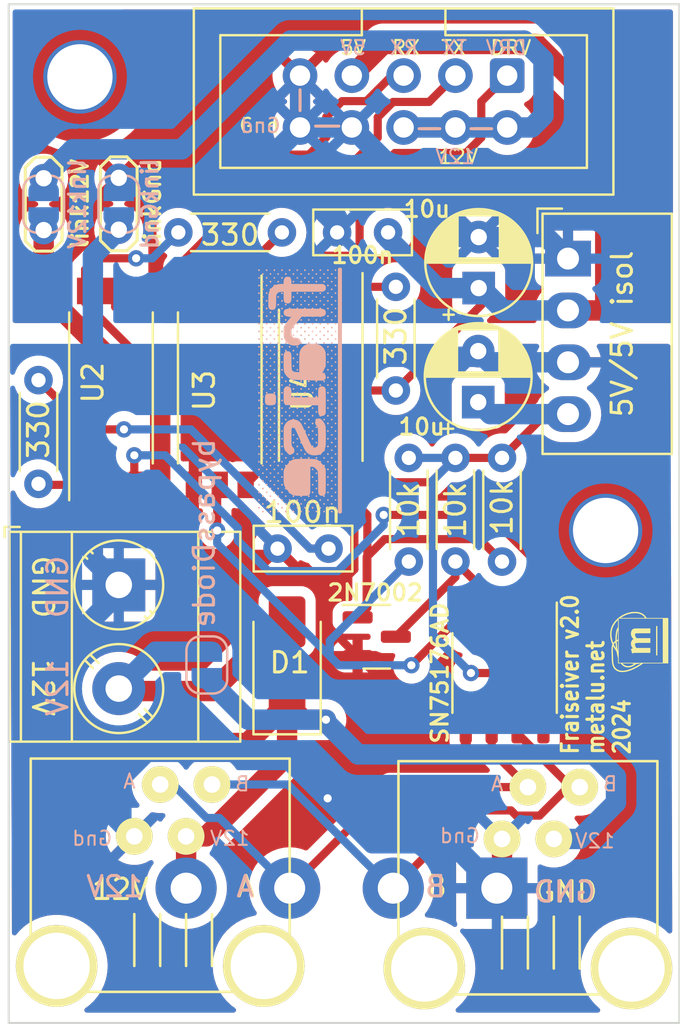
<source format=kicad_pcb>
(kicad_pcb (version 20221018) (generator pcbnew)
  (layers (0 "F.Cu" signal) (31 "B.Cu" signal) (34 "B.Paste" user) (35 "F.Paste" user) (36 "B.SilkS" user "B.Silkscreen") (37 "F.SilkS" user "F.Silkscreen") (38 "B.Mask" user) (39 "F.Mask" user) (44 "Edge.Cuts" user))
  (net 0 "")
  (net 1 "+5VD")
  (net 2 "GNDD")
  (net 3 "+5V")
  (net 4 "GND")
  (net 5 "+12P")
  (net 6 "Net-(D1-A)")
  (net 7 "/A")
  (net 8 "/B")
  (net 9 "/DRV")
  (net 10 "+12V")
  (net 11 "/TX")
  (net 12 "/RX")
  (net 13 "Net-(Q1-G)")
  (net 14 "Net-(Q1-D)")
  (net 15 "Net-(U2-A)")
  (net 16 "Net-(U3-A)")
  (net 17 "Net-(U4-A)")
  (net 18 "Net-(U1-R)")
  (net 19 "Net-(U1-D)")
  (footprint "Capacitor_THT:C_Rect_L4.6mm_W2.0mm_P2.50mm_MKS02_FKP02" (layer "F.Cu") (at 122.301 114.427 180)
    (fp_text reference "C1" hide)
    (fp_text value "100n" (at 1.27 1.778) (layer "F.SilkS"))
    (pad "1" thru_hole circle (at 0 0 180) (size 1.4 1.4) (drill 0.7) (layers "*.Cu" "*.Mask") (net 1 "+5VD"))
    (pad "2" thru_hole circle (at 2.5 0 180) (size 1.4 1.4) (drill 0.7) (layers "*.Cu" "*.Mask") (net 2 "GNDD"))
  )
  (footprint "Package_SO:SO-6L_10x3.84mm_P1.27mm" (layer "F.Cu") (at 121.92 106.426 -90)
    (fp_text reference "U4" (at 0.254 0.889 90) (layer "F.SilkS"))
    (fp_text value "TLP2767")
    (pad "1" smd rect (at -4.75 -1.27) (size 0.8 1.3) (layers "F.Cu" "F.Paste" "F.Mask") (net 17 "Net-(U4-A)"))
    (pad "2" smd rect (at -4.75 0) (size 0.8 1.3) (layers "F.Cu" "F.Paste" "F.Mask"))
    (pad "3" smd rect (at -4.75 1.27) (size 0.8 1.3) (layers "F.Cu" "F.Paste" "F.Mask") (net 9 "/DRV"))
    (pad "4" smd rect (at 4.75 1.27) (size 0.8 1.3) (layers "F.Cu" "F.Paste" "F.Mask") (net 2 "GNDD"))
    (pad "5" smd rect (at 4.75 0) (size 0.8 1.3) (layers "F.Cu" "F.Paste" "F.Mask") (net 13 "Net-(Q1-G)"))
    (pad "6" smd rect (at 4.75 -1.27) (size 0.8 1.3) (layers "F.Cu" "F.Paste" "F.Mask") (net 1 "+5VD"))
  )
  (footprint "Capacitor_THT:C_Rect_L4.6mm_W2.0mm_P2.50mm_MKS02_FKP02" (layer "F.Cu") (at 125.222 98.933 180)
    (fp_text reference "C2" hide)
    (fp_text value "100n" (at 1.25 -1.12) (layer "F.SilkS") (effects (font (size 0.8 0.8))))
    (pad "1" thru_hole circle (at 0 0 180) (size 1.4 1.4) (drill 0.7) (layers "*.Cu" "*.Mask") (net 3 "+5V"))
    (pad "2" thru_hole circle (at 2.5 0 180) (size 1.4 1.4) (drill 0.7) (layers "*.Cu" "*.Mask") (net 4 "GND"))
  )
  (footprint "Fraiseiver2:RJ11" (layer "F.Cu") (at 132.08 128.651 180)
    (fp_text reference "J4" hide)
    (fp_text value "RJ14" hide)
    (pad "" thru_hole circle (at -5.08 -6.35 180) (size 4.0005 4.0005) (drill 3.2512) (layers "*.Cu" "*.Mask" "F.SilkS"))
    (pad "" thru_hole circle (at 5.08 -6.35 180) (size 4.0005 4.0005) (drill 3.2512) (layers "*.Cu" "*.Mask" "F.SilkS"))
    (pad "1" thru_hole circle (at 1.27 0 180) (size 1.80086 1.80086) (drill 0.8128) (layers "*.Cu" "*.Mask" "F.SilkS") (net 2 "GNDD"))
    (pad "2" thru_hole circle (at 0 2.54 180) (size 1.80086 1.80086) (drill 0.8128) (layers "*.Cu" "*.Mask" "F.SilkS") (net 7 "/A"))
    (pad "3" thru_hole circle (at -1.27 0 180) (size 1.80086 1.80086) (drill 0.8128) (layers "*.Cu" "*.Mask" "F.SilkS") (net 5 "+12P"))
    (pad "4" thru_hole circle (at -2.54 2.54 180) (size 1.80086 1.80086) (drill 0.8128) (layers "*.Cu" "*.Mask" "F.SilkS") (net 8 "/B"))
  )
  (footprint "Package_SO:SOIC-8_3.9x4.9mm_P1.27mm" (layer "F.Cu") (at 130.937 120.523 -90)
    (fp_text reference "U1" hide)
    (fp_text value "SN75176AD" (at 0 3.175 -90) (layer "F.SilkS") (effects (font (size 0.8 0.8))))
    (pad "1" smd roundrect (at -2.475 -1.905 270) (size 1.95 0.6) (layers "F.Cu" "F.Paste" "F.Mask") (net 18 "Net-(U1-R)"))
    (pad "2" smd roundrect (at -2.475 -0.635 270) (size 1.95 0.6) (layers "F.Cu" "F.Paste" "F.Mask") (net 14 "Net-(Q1-D)"))
    (pad "3" smd roundrect (at -2.475 0.635 270) (size 1.95 0.6) (layers "F.Cu" "F.Paste" "F.Mask") (net 14 "Net-(Q1-D)"))
    (pad "4" smd roundrect (at -2.475 1.905 270) (size 1.95 0.6) (layers "F.Cu" "F.Paste" "F.Mask") (net 19 "Net-(U1-D)"))
    (pad "5" smd roundrect (at 2.475 1.905 270) (size 1.95 0.6) (layers "F.Cu" "F.Paste" "F.Mask") (net 2 "GNDD"))
    (pad "6" smd roundrect (at 2.475 0.635 270) (size 1.95 0.6) (layers "F.Cu" "F.Paste" "F.Mask") (net 7 "/A"))
    (pad "7" smd roundrect (at 2.475 -0.635 270) (size 1.95 0.6) (layers "F.Cu" "F.Paste" "F.Mask") (net 8 "/B"))
    (pad "8" smd roundrect (at 2.475 -1.905 270) (size 1.95 0.6) (layers "F.Cu" "F.Paste" "F.Mask") (net 1 "+5VD"))
  )
  (footprint "Resistor_THT:R_Axial_DIN0204_L3.6mm_D1.6mm_P5.08mm_Horizontal" (layer "F.Cu") (at 128.524 115.062 90)
    (fp_text reference "R4" hide)
    (fp_text value "10k" (at 2.54 0 90) (layer "F.SilkS"))
    (pad "1" thru_hole circle (at 0 0 90) (size 1.4 1.4) (drill 0.7) (layers "*.Cu" "*.Mask") (net 14 "Net-(Q1-D)"))
    (pad "2" thru_hole oval (at 5.08 0 90) (size 1.4 1.4) (drill 0.7) (layers "*.Cu" "*.Mask") (net 1 "+5VD"))
  )
  (footprint "Resistor_THT:R_Axial_DIN0204_L3.6mm_D1.6mm_P5.08mm_Horizontal" (layer "F.Cu") (at 120.015 98.933 180)
    (fp_text reference "R2" hide)
    (fp_text value "330" (at 2.54 -0.127) (layer "F.SilkS"))
    (pad "1" thru_hole circle (at 0 0 180) (size 1.4 1.4) (drill 0.7) (layers "*.Cu" "*.Mask") (net 16 "Net-(U3-A)"))
    (pad "2" thru_hole oval (at 5.08 0 180) (size 1.4 1.4) (drill 0.7) (layers "*.Cu" "*.Mask") (net 3 "+5V"))
  )
  (footprint "TestPoint:TestPoint_2Pads_Pitch2.54mm_Drill0.8mm" (layer "F.Cu") (at 108.331 98.821 90)
    (fp_text reference "JP1" hide)
    (fp_text value "link12V" (at 1.285 1.778 90) (layer "F.SilkS") (effects (font (size 0.8 0.8))))
    (pad "1" thru_hole circle (at 0 0 90) (size 1.4 1.4) (drill 0.8) (layers "*.Cu" "*.Mask") (net 5 "+12P"))
    (pad "2" thru_hole circle (at 2.54 0 90) (size 1.4 1.4) (drill 0.8) (layers "*.Cu" "*.Mask") (net 10 "+12V"))
  )
  (footprint "MountingHole:MountingHole_3.2mm_M3_Pad_TopOnly" (layer "F.Cu") (at 135.89 113.538)
    (fp_text reference "H2" hide)
    (fp_text value "MountingHole" hide)
    (pad "1" thru_hole circle (at 0 0) (size 3.6 3.6) (drill 3.2) (layers "*.Cu" "*.Mask"))
    (pad "1" connect circle (at 0 0) (size 6.4 6.4) (layers "F.Cu" "F.Mask"))
  )
  (footprint "Package_TO_SOT_SMD:SOT-23" (layer "F.Cu") (at 124.6655 118.745)
    (fp_text reference "Q1" hide)
    (fp_text value "2N7002" (at -0.0785 -2.159) (layer "F.SilkS") (effects (font (size 0.8 0.8))))
    (pad "1" smd roundrect (at -0.9375 -0.95) (size 1.475 0.6) (layers "F.Cu" "F.Paste" "F.Mask") (net 13 "Net-(Q1-G)"))
    (pad "2" smd roundrect (at -0.9375 0.95) (size 1.475 0.6) (layers "F.Cu" "F.Paste" "F.Mask") (net 2 "GNDD"))
    (pad "3" smd roundrect (at 0.9375 0) (size 1.475 0.6) (layers "F.Cu" "F.Paste" "F.Mask") (net 14 "Net-(Q1-D)"))
  )
  (footprint "Fraiseiver2:RJ11" (layer "F.Cu") (at 114.046 128.524 180)
    (fp_text reference "J1" hide)
    (fp_text value "RJ14" hide)
    (pad "" thru_hole circle (at -5.08 -6.35 180) (size 4.0005 4.0005) (drill 3.2512) (layers "*.Cu" "*.Mask" "F.SilkS"))
    (pad "" thru_hole circle (at 5.08 -6.35 180) (size 4.0005 4.0005) (drill 3.2512) (layers "*.Cu" "*.Mask" "F.SilkS"))
    (pad "1" thru_hole circle (at 1.27 0 180) (size 1.80086 1.80086) (drill 0.8128) (layers "*.Cu" "*.Mask" "F.SilkS") (net 2 "GNDD"))
    (pad "2" thru_hole circle (at 0 2.54 180) (size 1.80086 1.80086) (drill 0.8128) (layers "*.Cu" "*.Mask" "F.SilkS") (net 7 "/A"))
    (pad "3" thru_hole circle (at -1.27 0 180) (size 1.80086 1.80086) (drill 0.8128) (layers "*.Cu" "*.Mask" "F.SilkS") (net 5 "+12P"))
    (pad "4" thru_hole circle (at -2.54 2.54 180) (size 1.80086 1.80086) (drill 0.8128) (layers "*.Cu" "*.Mask" "F.SilkS") (net 8 "/B"))
  )
  (footprint "Capacitor_THT:CP_Radial_D5.0mm_P2.50mm" (layer "F.Cu") (at 129.642112 107.250112 90)
    (fp_text reference "C4" hide)
    (fp_text value "10u" (at -1.207888 -2.769112 180) (layer "F.SilkS") (effects (font (size 0.8 0.8))))
    (pad "1" thru_hole rect (at 0 0 90) (size 1.6 1.6) (drill 0.8) (layers "*.Cu" "*.Mask") (net 1 "+5VD"))
    (pad "2" thru_hole circle (at 2.5 0 90) (size 1.6 1.6) (drill 0.8) (layers "*.Cu" "*.Mask") (net 2 "GNDD"))
  )
  (footprint "Resistor_THT:R_Axial_DIN0204_L3.6mm_D1.6mm_P5.08mm_Horizontal" (layer "F.Cu") (at 126.238 115.062 90)
    (fp_text reference "R6" hide)
    (fp_text value "10k" (at 2.54 0 90) (layer "F.SilkS"))
    (pad "1" thru_hole circle (at 0 0 90) (size 1.4 1.4) (drill 0.7) (layers "*.Cu" "*.Mask") (net 19 "Net-(U1-D)"))
    (pad "2" thru_hole oval (at 5.08 0 90) (size 1.4 1.4) (drill 0.7) (layers "*.Cu" "*.Mask") (net 1 "+5VD"))
  )
  (footprint "Connector_IDC:IDC-Header_2x05_P2.54mm_Vertical" (layer "F.Cu") (at 131.064 91.252 -90)
    (fp_text reference "J3" hide)
    (fp_text value "Fraise_5x2")
    (pad "1" thru_hole roundrect (at 0 0 270) (size 1.7 1.7) (drill 1) (layers "*.Cu" "*.Mask") (roundrect_rratio 0.147059) (net 9 "/DRV"))
    (pad "2" thru_hole circle (at 2.54 0 270) (size 1.7 1.7) (drill 1) (layers "*.Cu" "*.Mask") (net 10 "+12V"))
    (pad "3" thru_hole circle (at 0 2.54 270) (size 1.7 1.7) (drill 1) (layers "*.Cu" "*.Mask") (net 11 "/TX"))
    (pad "4" thru_hole circle (at 2.54 2.54 270) (size 1.7 1.7) (drill 1) (layers "*.Cu" "*.Mask") (net 10 "+12V"))
    (pad "5" thru_hole circle (at 0 5.08 270) (size 1.7 1.7) (drill 1) (layers "*.Cu" "*.Mask") (net 12 "/RX"))
    (pad "6" thru_hole circle (at 2.54 5.08 270) (size 1.7 1.7) (drill 1) (layers "*.Cu" "*.Mask") (net 10 "+12V"))
    (pad "7" thru_hole circle (at 0 7.62 270) (size 1.7 1.7) (drill 1) (layers "*.Cu" "*.Mask") (net 3 "+5V"))
    (pad "8" thru_hole circle (at 2.54 7.62 270) (size 1.7 1.7) (drill 1) (layers "*.Cu" "*.Mask") (net 4 "GND"))
    (pad "9" thru_hole circle (at 0 10.16 270) (size 1.7 1.7) (drill 1) (layers "*.Cu" "*.Mask") (net 4 "GND"))
    (pad "10" thru_hole circle (at 2.54 10.16 270) (size 1.7 1.7) (drill 1) (layers "*.Cu" "*.Mask") (net 4 "GND"))
  )
  (footprint "Resistor_THT:R_Axial_DIN0204_L3.6mm_D1.6mm_P5.08mm_Horizontal" (layer "F.Cu") (at 125.603 101.6 -90)
    (fp_text reference "R3" hide)
    (fp_text value "330" (at 2.413 0 90) (layer "F.SilkS"))
    (pad "1" thru_hole circle (at 0 0 270) (size 1.4 1.4) (drill 0.7) (layers "*.Cu" "*.Mask") (net 17 "Net-(U4-A)"))
    (pad "2" thru_hole oval (at 5.08 0 270) (size 1.4 1.4) (drill 0.7) (layers "*.Cu" "*.Mask") (net 3 "+5V"))
  )
  (footprint "TerminalBlock:TerminalBlock_bornier-4_P5.08mm" (layer "F.Cu") (at 130.556 131.064 180)
    (fp_text reference "J5" hide)
    (fp_text value "Conn_01x04_Socket" hide)
    (pad "1" thru_hole rect (at 0 0 180) (size 3 3) (drill 1.52) (layers "*.Cu" "*.Mask") (net 2 "GNDD"))
    (pad "2" thru_hole circle (at 5.08 0 180) (size 3 3) (drill 1.52) (layers "*.Cu" "*.Mask") (net 8 "/B"))
    (pad "3" thru_hole circle (at 10.16 0 180) (size 3 3) (drill 1.52) (layers "*.Cu" "*.Mask") (net 7 "/A"))
    (pad "4" thru_hole circle (at 15.24 0 180) (size 3 3) (drill 1.52) (layers "*.Cu" "*.Mask") (net 5 "+12P"))
  )
  (footprint "Package_SO:SO-6L_10x3.84mm_P1.27mm" (layer "F.Cu") (at 116.967 106.553 -90)
    (fp_text reference "U3" (at 0.127 0.762 90) (layer "F.SilkS"))
    (fp_text value "TLP2767")
    (pad "1" smd rect (at -4.75 -1.27) (size 0.8 1.3) (layers "F.Cu" "F.Paste" "F.Mask") (net 16 "Net-(U3-A)"))
    (pad "2" smd rect (at -4.75 0) (size 0.8 1.3) (layers "F.Cu" "F.Paste" "F.Mask"))
    (pad "3" smd rect (at -4.75 1.27) (size 0.8 1.3) (layers "F.Cu" "F.Paste" "F.Mask") (net 11 "/TX"))
    (pad "4" smd rect (at 4.75 1.27) (size 0.8 1.3) (layers "F.Cu" "F.Paste" "F.Mask") (net 2 "GNDD"))
    (pad "5" smd rect (at 4.75 0) (size 0.8 1.3) (layers "F.Cu" "F.Paste" "F.Mask") (net 19 "Net-(U1-D)"))
    (pad "6" smd rect (at 4.75 -1.27) (size 0.8 1.3) (layers "F.Cu" "F.Paste" "F.Mask") (net 1 "+5VD"))
  )
  (footprint "Converter_DCDC:Converter_DCDC_Murata_MEE1SxxxxSC_THT" (layer "F.Cu") (at 134.0475 100.2175)
    (fp_text reference "PS1" hide)
    (fp_text value "MEE1S0505SC")
    (pad "1" thru_hole rect (at 0 0 270) (size 1.75 2.25) (drill 1.075) (layers "*.Cu" "*.Mask") (net 4 "GND"))
    (pad "2" thru_hole oval (at 0 2.54 270) (size 1.75 2.25) (drill 1.075) (layers "*.Cu" "*.Mask") (net 3 "+5V"))
    (pad "3" thru_hole oval (at 0 5.08 270) (size 1.75 2.25) (drill 1.075) (layers "*.Cu" "*.Mask") (net 2 "GNDD"))
    (pad "4" thru_hole oval (at 0 7.62 270) (size 1.75 2.25) (drill 1.075) (layers "*.Cu" "*.Mask") (net 1 "+5VD"))
  )
  (footprint "Fraiseiver2:metalunet-mini" (layer "F.Cu") (at 137.541 118.999 90)
    (fp_text reference "G***" hide)
    (fp_text value "LOGO" hide)
  )
  (footprint "Resistor_THT:R_Axial_DIN0204_L3.6mm_D1.6mm_P5.08mm_Horizontal" (layer "F.Cu") (at 130.81 115.062 90)
    (fp_text reference "R5" hide)
    (fp_text value "10k" (at 2.667 0 90) (layer "F.SilkS"))
    (pad "1" thru_hole circle (at 0 0 90) (size 1.4 1.4) (drill 0.7) (layers "*.Cu" "*.Mask") (net 13 "Net-(Q1-G)"))
    (pad "2" thru_hole oval (at 5.08 0 90) (size 1.4 1.4) (drill 0.7) (layers "*.Cu" "*.Mask") (net 1 "+5VD"))
  )
  (footprint "TestPoint:TestPoint_2Pads_Pitch2.54mm_Drill0.8mm" (layer "F.Cu") (at 112.014 98.801 90)
    (fp_text reference "JP3" hide)
    (fp_text value "linkGnd" (at 1.27 1.651 90) (layer "F.SilkS") (effects (font (size 0.8 0.8))))
    (pad "1" thru_hole circle (at 0 0 90) (size 1.4 1.4) (drill 0.8) (layers "*.Cu" "*.Mask") (net 2 "GNDD"))
    (pad "2" thru_hole circle (at 2.54 0 90) (size 1.4 1.4) (drill 0.8) (layers "*.Cu" "*.Mask") (net 4 "GND"))
  )
  (footprint "Resistor_THT:R_Axial_DIN0204_L3.6mm_D1.6mm_P5.08mm_Horizontal" (layer "F.Cu") (at 108.077 106.172 -90)
    (fp_text reference "R1" hide)
    (fp_text value "330" (at 2.413 0 90) (layer "F.SilkS"))
    (pad "1" thru_hole circle (at 0 0 270) (size 1.4 1.4) (drill 0.7) (layers "*.Cu" "*.Mask") (net 1 "+5VD"))
    (pad "2" thru_hole oval (at 5.08 0 270) (size 1.4 1.4) (drill 0.7) (layers "*.Cu" "*.Mask") (net 15 "Net-(U2-A)"))
  )
  (footprint "MountingHole:MountingHole_3.2mm_M3_Pad_TopOnly" (layer "F.Cu") (at 110.109 91.313)
    (fp_text reference "H1" hide)
    (fp_text value "MountingHole" hide)
    (pad "1" thru_hole circle (at 0 0) (size 3.6 3.6) (drill 3.2) (layers "*.Cu" "*.Mask"))
    (pad "1" connect circle (at 0 0) (size 6.4 6.4) (layers "F.Cu" "F.Mask"))
  )
  (footprint "TerminalBlock_Phoenix:TerminalBlock_Phoenix_MKDS-3-2-5.08_1x02_P5.08mm_Horizontal" (layer "F.Cu") (at 112.014 116.205 -90)
    (fp_text reference "J2" hide)
    (fp_text value "Bornier2" hide)
    (pad "1" thru_hole rect (at 0 0 270) (size 2.6 2.6) (drill 1.3) (layers "*.Cu" "*.Mask") (net 2 "GNDD"))
    (pad "2" thru_hole circle (at 5.08 0 270) (size 2.6 2.6) (drill 1.3) (layers "*.Cu" "*.Mask") (net 6 "Net-(D1-A)"))
  )
  (footprint "Package_SO:SO-6L_10x3.84mm_P1.27mm" (layer "F.Cu") (at 111.633 106.553 90)
    (fp_text reference "U2" (at 0.254 -0.889 90) (layer "F.SilkS"))
    (fp_text value "TLP2767")
    (pad "1" smd rect (at -4.75 -1.27 180) (size 0.8 1.3) (layers "F.Cu" "F.Paste" "F.Mask") (net 15 "Net-(U2-A)"))
    (pad "2" smd rect (at -4.75 0 180) (size 0.8 1.3) (layers "F.Cu" "F.Paste" "F.Mask"))
    (pad "3" smd rect (at -4.75 1.27 180) (size 0.8 1.3) (layers "F.Cu" "F.Paste" "F.Mask") (net 18 "Net-(U1-R)"))
    (pad "4" smd rect (at 4.75 1.27 180) (size 0.8 1.3) (layers "F.Cu" "F.Paste" "F.Mask") (net 4 "GND"))
    (pad "5" smd rect (at 4.75 0 180) (size 0.8 1.3) (layers "F.Cu" "F.Paste" "F.Mask") (net 12 "/RX"))
    (pad "6" smd rect (at 4.75 -1.27 180) (size 0.8 1.3) (layers "F.Cu" "F.Paste" "F.Mask") (net 3 "+5V"))
  )
  (footprint "Diode_SMD:D_SMA" (layer "F.Cu") (at 120.269 120.015 90)
    (fp_text reference "D1" (at 0 0.127 180) (layer "F.SilkS"))
    (fp_text value "D_Schottky" hide)
    (pad "1" smd roundrect (at -2 0 90) (size 2.5 1.8) (layers "F.Cu" "F.Paste" "F.Mask") (roundrect_rratio 0.1388888889) (net 5 "+12P"))
    (pad "2" smd roundrect (at 2 0 90) (size 2.5 1.8) (layers "F.Cu" "F.Paste" "F.Mask") (roundrect_rratio 0.1388888889) (net 6 "Net-(D1-A)"))
  )
  (footprint "Capacitor_THT:CP_Radial_D5.0mm_P2.50mm" (layer "F.Cu") (at 129.667 101.662113 90)
    (fp_text reference "C3" hide)
    (fp_text value "10u" (at 3.872113 -2.54 180) (layer "F.SilkS") (effects (font (size 0.8 0.8))))
    (pad "1" thru_hole rect (at 0 0 90) (size 1.6 1.6) (drill 0.8) (layers "*.Cu" "*.Mask") (net 3 "+5V"))
    (pad "2" thru_hole circle (at 2.5 0 90) (size 1.6 1.6) (drill 0.8) (layers "*.Cu" "*.Mask") (net 4 "GND"))
  )
  (footprint "Jumper:SolderJumper-2_P1.3mm_Open_RoundedPad1.0x1.5mm" (layer "B.Cu") (at 116.332 120.127 -90)
    (fp_text reference "JP5" hide)
    (fp_text value "bypassDiode" (at -6.462 0.127 90) (layer "B.SilkS") (effects (justify mirror)))
    (pad "1" smd custom (at -0.65 0 270) (size 1 0.5) (layers "B.Cu" "B.Mask") (net 6 "Net-(D1-A)") (options (clearance outline) (anchor rect)) (primitives (gr_circle (center 0 -0.25) (end 0.5 -0.25) (width 0) (fill yes)) (gr_circle (center 0 0.25) (end 0.5 0.25) (width 0) (fill yes)) (gr_poly (pts (xy 0.5 -0.75) (xy 0 -0.75) (xy 0 0.75) (xy 0.5 0.75)) (width 0) (fill yes))))
    (pad "2" smd custom (at 0.65 0 270) (size 1 0.5) (layers "B.Cu" "B.Mask") (net 5 "+12P") (options (clearance outline) (anchor rect)) (primitives (gr_circle (center 0 -0.25) (end 0.5 -0.25) (width 0) (fill yes)) (gr_circle (center 0 0.25) (end 0.5 0.25) (width 0) (fill yes)) (gr_poly (pts (xy 0 -0.75) (xy -0.5 -0.75) (xy -0.5 0.75) (xy 0 0.75)) (width 0) (fill yes))))
  )
  (footprint "Jumper:SolderJumper-2_P1.3mm_Open_RoundedPad1.0x1.5mm" (layer "B.Cu") (at 108.331 97.551 90)
    (fp_text reference "JP2" hide)
    (fp_text value "SolderJumper_2_Open" hide)
    (pad "1" smd custom (at -0.65 0 90) (size 1 0.5) (layers "B.Cu" "B.Mask") (net 5 "+12P") (options (clearance outline) (anchor rect)) (primitives (gr_circle (center 0 -0.25) (end 0.5 -0.25) (width 0) (fill yes)) (gr_circle (center 0 0.25) (end 0.5 0.25) (width 0) (fill yes)) (gr_poly (pts (xy 0.5 -0.75) (xy 0 -0.75) (xy 0 0.75) (xy 0.5 0.75)) (width 0) (fill yes))))
    (pad "2" smd custom (at 0.65 0 90) (size 1 0.5) (layers "B.Cu" "B.Mask") (net 10 "+12V") (options (clearance outline) (anchor rect)) (primitives (gr_circle (center 0 -0.25) (end 0.5 -0.25) (width 0) (fill yes)) (gr_circle (center 0 0.25) (end 0.5 0.25) (width 0) (fill yes)) (gr_poly (pts (xy 0 -0.75) (xy -0.5 -0.75) (xy -0.5 0.75) (xy 0 0.75)) (width 0) (fill yes))))
  )
  (footprint "Fraiseiver2:FraiseLogo" (layer "B.Cu") (at 120.904 106.68 -90)
    (fp_text reference "G***" hide)
    (fp_text value "LOGO" hide)
  )
  (footprint "Jumper:SolderJumper-2_P1.3mm_Open_RoundedPad1.0x1.5mm" (layer "B.Cu") (at 112.014 97.551 90)
    (fp_text reference "JP4" hide)
    (fp_text value "SolderJumper_2_Open" hide)
    (pad "1" smd custom (at -0.65 0 90) (size 1 0.5) (layers "B.Cu" "B.Mask") (net 2 "GNDD") (options (clearance outline) (anchor rect)) (primitives (gr_circle (center 0 -0.25) (end 0.5 -0.25) (width 0) (fill yes)) (gr_circle (center 0 0.25) (end 0.5 0.25) (width 0) (fill yes)) (gr_poly (pts (xy 0.5 -0.75) (xy 0 -0.75) (xy 0 0.75) (xy 0.5 0.75)) (width 0) (fill yes))))
    (pad "2" smd custom (at 0.65 0 90) (size 1 0.5) (layers "B.Cu" "B.Mask") (net 4 "GND") (options (clearance outline) (anchor rect)) (primitives (gr_circle (center 0 -0.25) (end 0.5 -0.25) (width 0) (fill yes)) (gr_circle (center 0 0.25) (end 0.5 0.25) (width 0) (fill yes)) (gr_poly (pts (xy 0 -0.75) (xy -0.5 -0.75) (xy -0.5 0.75) (xy 0 0.75)) (width 0) (fill yes))))
  )
  (gr_line (start 120.904 92.964) (end 120.904 91.948) (stroke (width 0.15)) (layer "B.SilkS"))
  (gr_line (start 126.746 93.853) (end 127.762 93.853) (stroke (width 0.15)) (layer "B.SilkS"))
  (gr_line (start 129.286 93.853) (end 130.302 93.853) (stroke (width 0.15)) (layer "B.SilkS"))
  (gr_line (start 121.666 93.726) (end 122.809 93.726) (stroke (width 0.15)) (layer "B.SilkS"))
  (gr_line (start 121.793 93.726) (end 122.555 93.726) (stroke (width 0.15)) (layer "F.SilkS"))
  (gr_line (start 130.175 93.853) (end 129.413 93.853) (stroke (width 0.15)) (layer "F.SilkS"))
  (gr_line (start 120.904 92.202) (end 120.904 92.837) (stroke (width 0.15)) (layer "F.SilkS"))
  (gr_line (start 127.635 93.853) (end 126.873 93.853) (stroke (width 0.15)) (layer "F.SilkS"))
  (gr_rect (start 106.6165 87.757) (end 139.5095 137.668) (stroke (width 0.1)) (fill none) (layer "Edge.Cuts"))
  (gr_text "A" (at 130.937 126.365) (layer "B.SilkS") (effects (font (size 0.7 0.7) (thickness 0.1)) (justify left bottom mirror)))
  (gr_text "GND" (at 135.509 131.826) (layer "B.SilkS") (effects (font (size 1 1)) (justify left bottom mirror)))
  (gr_text "B" (at 136.525 126.365) (layer "B.SilkS") (effects (font (size 0.7 0.7) (thickness 0.1)) (justify left bottom mirror)))
  (gr_text "A" (at 118.745 131.572) (layer "B.SilkS") (effects (font (size 1 1)) (justify left bottom mirror)))
  (gr_text "A" (at 112.903 126.238) (layer "B.SilkS") (effects (font (size 0.7 0.7) (thickness 0.1)) (justify left bottom mirror)))
  (gr_text "Gnd" (at 111.76 129.032) (layer "B.SilkS") (effects (font (size 0.7 0.7) (thickness 0.1)) (justify left bottom mirror)))
  (gr_text "DRV" (at 132.08 90.297) (layer "B.SilkS") (effects (font (size 0.7 0.7) (thickness 0.1)) (justify left bottom mirror)))
  (gr_text "linkGnd" (at 113.538 97.536 90) (layer "B.SilkS") (effects (font (size 0.8 0.8)) (justify mirror)))
  (gr_text "12V" (at 118.491 129.032) (layer "B.SilkS") (effects (font (size 0.7 0.7) (thickness 0.1)) (justify left bottom mirror)))
  (gr_text "RX" (at 126.746 90.297) (layer "B.SilkS") (effects (font (size 0.7 0.7) (thickness 0.1)) (justify left bottom mirror)))
  (gr_text "Gnd" (at 120.015 94.107) (layer "B.SilkS") (effects (font (size 0.7 0.7) (thickness 0.1)) (justify left bottom mirror)))
  (gr_text "TX" (at 129.159 90.297) (layer "B.SilkS") (effects (font (size 0.7 0.7) (thickness 0.1)) (justify left bottom mirror)))
  (gr_text "B" (at 128.143 131.572) (layer "B.SilkS") (effects (font (size 1 1)) (justify left bottom mirror)))
  (gr_text "12V" (at 129.54 95.631) (layer "B.SilkS") (effects (font (size 0.7 0.7) (thickness 0.1)) (justify left bottom mirror)))
  (gr_text "12V" (at 113.284 131.572) (layer "B.SilkS") (effects (font (size 1 1)) (justify left bottom mirror)))
  (gr_text "Gnd" (at 129.794 128.905) (layer "B.SilkS") (effects (font (size 0.7 0.7) (thickness 0.1)) (justify left bottom mirror)))
  (gr_text "GND" (at 109.601 114.681 90) (layer "B.SilkS") (effects (font (size 1 1)) (justify left bottom mirror)))
  (gr_text "B" (at 118.491 126.365) (layer "B.SilkS") (effects (font (size 0.7 0.7) (thickness 0.1)) (justify left bottom mirror)))
  (gr_text "12V" (at 109.601 119.761 90) (layer "B.SilkS") (effects (font (size 1 1)) (justify left bottom mirror)))
  (gr_text "link12V" (at 109.982 97.536 90) (layer "B.SilkS") (effects (font (size 0.8 0.8)) (justify mirror)))
  (gr_text "5V" (at 124.206 90.297) (layer "B.SilkS") (effects (font (size 0.7 0.7) (thickness 0.1)) (justify left bottom mirror)))
  (gr_text "12V" (at 136.398 129.159) (layer "B.SilkS") (effects (font (size 0.7 0.7) (thickness 0.1)) (justify left bottom mirror)))
  (gr_text "RX" (at 125.349 90.297) (layer "F.SilkS") (effects (font (size 0.7 0.7) (thickness 0.1)) (justify left bottom)))
  (gr_text "TX" (at 127.762 90.297) (layer "F.SilkS") (effects (font (size 0.7 0.7) (thickness 0.1)) (justify left bottom)))
  (gr_text "B" (at 127 131.572) (layer "F.SilkS") (effects (font (size 1 1)) (justify left bottom)))
  (gr_text "GND" (at 107.696 114.681 -90) (layer "F.SilkS") (effects (font (size 1 1)) (justify left bottom)))
  (gr_text "5V/5V isol" (at 137.287 108.077 90) (layer "F.SilkS") (effects (font (size 1 1)) (justify left bottom)))
  (gr_text "12V" (at 107.696 119.761 -90) (layer "F.SilkS") (effects (font (size 1 1)) (justify left bottom)))
  (gr_text "12V" (at 110.617 131.699) (layer "F.SilkS") (effects (font (size 1 1)) (justify left bottom)))
  (gr_text "5V" (at 122.809 90.297) (layer "F.SilkS") (effects (font (size 0.7 0.7) (thickness 0.1)) (justify left bottom)))
  (gr_text "Fraiseiver v2.0" (at 134.62 124.587 90) (layer "F.SilkS") (effects (font (size 0.8 0.7)) (justify left bottom)))
  (gr_text "12V" (at 127.635 95.631) (layer "F.SilkS") (effects (font (size 0.7 0.7) (thickness 0.1)) (justify left bottom)))
  (gr_text "metalu.net\n2024\n" (at 137.16 124.587 90) (layer "F.SilkS") (effects (font (size 0.8 0.7)) (justify left bottom)))
  (gr_text "GND" (at 132.334 131.826) (layer "F.SilkS") (effects (font (size 1 1)) (justify left bottom)))
  (gr_text "Gnd" (at 117.856 94.107) (layer "F.SilkS") (effects (font (size 0.7 0.7) (thickness 0.1)) (justify left bottom)))
  (gr_text "A" (at 117.729 131.572) (layer "F.SilkS") (effects (font (size 1 1)) (justify left bottom)))
  (gr_text "DRV" (at 130.175 90.297) (layer "F.SilkS") (effects (font (size 0.7 0.7) (thickness 0.1)) (justify left bottom)))
  (segment (start 121.392 114.427) (end 122.301 114.427) (width 0.4) (layer "F.Cu") (net 1))
  (segment (start 128.524 109.982) (end 130.81 109.982) (width 0.4) (layer "F.Cu") (net 1))
  (segment (start 118.237 111.303) (end 118.268 111.303) (width 0.4) (layer "F.Cu") (net 1))
  (segment (start 119.414 110.126) (end 118.237 111.303) (width 0.4) (layer "F.Cu") (net 1))
  (segment (start 108.077 106.172) (end 110.49 108.585) (width 0.4) (layer "F.Cu") (net 1))
  (segment (start 118.268 111.303) (end 121.392 114.427) (width 0.4) (layer "F.Cu") (net 1))
  (segment (start 129.286 120.523) (end 131.341999 120.523) (width 0.4) (layer "F.Cu") (net 1))
  (segment (start 130.81 109.982) (end 132.9545 107.8375) (width 0.4) (layer "F.Cu") (net 1))
  (segment (start 132.9545 107.8375) (end 134.0475 107.8375) (width 0.4) (layer "F.Cu") (net 1))
  (segment (start 122.72 110.126) (end 119.414 110.126) (width 0.4) (layer "F.Cu") (net 1))
  (segment (start 132.842 122.023001) (end 132.842 122.998) (width 0.4) (layer "F.Cu") (net 1))
  (segment (start 131.341999 120.523) (end 132.842 122.023001) (width 0.4) (layer "F.Cu") (net 1))
  (segment (start 127.33 111.176) (end 128.524 109.982) (width 0.4) (layer "F.Cu") (net 1))
  (segment (start 123.19 110.596) (end 122.72 110.126) (width 0.4) (layer "F.Cu") (net 1))
  (segment (start 123.19 111.176) (end 127.33 111.176) (width 0.4) (layer "F.Cu") (net 1))
  (segment (start 123.19 111.176) (end 123.19 110.596) (width 0.4) (layer "F.Cu") (net 1))
  (segment (start 110.49 108.585) (end 112.268 108.585) (width 0.4) (layer "F.Cu") (net 1))
  (via (at 129.286 120.523) (size 0.8) (drill 0.4) (layers "F.Cu" "B.Cu") (net 1))
  (via (at 112.268 108.585) (size 0.8) (drill 0.4) (layers "F.Cu" "B.Cu") (net 1))
  (segment (start 130.2295 107.8375) (end 134.0475 107.8375) (width 1) (layer "B.Cu") (net 1))
  (segment (start 127.424 118.661) (end 127.424 111.082) (width 0.4) (layer "B.Cu") (net 1))
  (segment (start 128.524 109.982) (end 126.238 109.982) (width 0.4) (layer "B.Cu") (net 1))
  (segment (start 112.268 108.585) (end 115.55 108.585) (width 0.4) (layer "B.Cu") (net 1))
  (segment (start 129.286 120.523) (end 127.424 118.661) (width 0.4) (layer "B.Cu") (net 1))
  (segment (start 121.392 114.427) (end 122.301 114.427) (width 0.4) (layer "B.Cu") (net 1))
  (segment (start 115.55 108.585) (end 121.392 114.427) (width 0.4) (layer "B.Cu") (net 1))
  (segment (start 129.642112 107.250112) (end 130.2295 107.8375) (width 1) (layer "B.Cu") (net 1))
  (segment (start 127.424 111.082) (end 128.524 109.982) (width 0.4) (layer "B.Cu") (net 1))
  (segment (start 121.72 112.826) (end 123.24 112.826) (width 0.4) (layer "F.Cu") (net 2))
  (segment (start 119.547 114.681) (end 116.205 114.681) (width 0.4) (layer "F.Cu") (net 2))
  (segment (start 115.697 114.173) (end 115.697 111.303) (width 0.4) (layer "F.Cu") (net 2))
  (segment (start 125.922 122.998) (end 122.258 126.662) (width 0.4) (layer "F.Cu") (net 2))
  (segment (start 123.728 119.695) (end 122.301 118.268) (width 0.4) (layer "F.Cu") (net 2))
  (segment (start 130.81 128.651) (end 130.81 130.81) (width 1) (layer "F.Cu") (net 2))
  (segment (start 122.301 116.078) (end 121.452 116.078) (width 0.4) (layer "F.Cu") (net 2))
  (segment (start 123.24 112.826) (end 123.571 113.157) (width 0.4) (layer "F.Cu") (net 2))
  (segment (start 123.571 115.443) (end 122.936 116.078) (width 0.4) (layer "F.Cu") (net 2))
  (segment (start 122.301 118.268) (end 122.301 116.078) (width 0.4) (layer "F.Cu") (net 2))
  (segment (start 116.205 114.681) (end 115.697 114.173) (width 0.4) (layer "F.Cu") (net 2))
  (segment (start 123.571 113.157) (end 123.571 115.443) (width 0.4) (layer "F.Cu") (net 2))
  (segment (start 122.936 116.078) (end 122.301 116.078) (width 0.4) (layer "F.Cu") (net 2))
  (segment (start 120.65 111.756) (end 121.72 112.826) (width 0.4) (layer "F.Cu") (net 2))
  (segment (start 119.801 114.427) (end 119.547 114.681) (width 0.4) (layer "F.Cu") (net 2))
  (segment (start 120.65 111.176) (end 120.65 111.756) (width 0.4) (layer "F.Cu") (net 2))
  (segment (start 123.728 119.695) (end 125.922 121.889) (width 0.4) (layer "F.Cu") (net 2))
  (segment (start 125.922 121.889) (end 125.922 122.998) (width 0.4) (layer "F.Cu") (net 2))
  (segment (start 121.452 116.078) (end 119.801 114.427) (width 0.4) (layer "F.Cu") (net 2))
  (segment (start 129.032 122.998) (end 125.922 122.998) (width 0.4) (layer "F.Cu") (net 2))
  (segment (start 130.81 130.81) (end 130.556 131.064) (width 1) (layer "F.Cu") (net 2))
  (via (at 122.258 126.662) (size 0.8) (drill 0.4) (layers "F.Cu" "B.Cu") (net 2))
  (segment (start 112.014 116.205) (end 112.014 116.586) (width 1) (layer "B.Cu") (net 2))
  (segment (start 110.744 100.071) (end 112.014 98.801) (width 1) (layer "B.Cu") (net 2))
  (segment (start 112.141 127.889) (end 112.776 128.524) (width 1) (layer "B.Cu") (net 2))
  (segment (start 108.744 119.856) (end 108.744 124.492) (width 1) (layer "B.Cu") (net 2))
  (segment (start 111.252 105.029) (end 110.744 104.521) (width 1) (layer "B.Cu") (net 2))
  (segment (start 110.744 114.935) (end 110.744 100.071) (width 1) (layer "B.Cu") (net 2))
  (segment (start 134.0475 105.2975) (end 130.1895 105.2975) (width 1) (layer "B.Cu") (net 2))
  (segment (start 129.921 105.029) (end 111.252 105.029) (width 1) (layer "B.Cu") (net 2))
  (segment (start 130.1895 105.2975) (end 129.921 105.029) (width 1) (layer "B.Cu") (net 2))
  (segment (start 112.014 116.586) (end 108.744 119.856) (width 1) (layer "B.Cu") (net 2))
  (segment (start 113.38308 124.38357) (end 112.141 125.62565) (width 1) (layer "B.Cu") (net 2))
  (segment (start 112.141 125.62565) (end 112.141 127.889) (width 1) (layer "B.Cu") (net 2))
  (segment (start 122.258 126.662) (end 119.97957 124.38357) (width 1) (layer "B.Cu") (net 2))
  (segment (start 124.46 128.864) (end 122.258 126.662) (width 1) (layer "B.Cu") (net 2))
  (segment (start 108.744 124.492) (end 112.776 128.524) (width 1) (layer "B.Cu") (net 2))
  (segment (start 130.556 131.064) (end 128.356 128.864) (width 1) (layer "B.Cu") (net 2))
  (segment (start 119.97957 124.38357) (end 113.38308 124.38357) (width 1) (layer "B.Cu") (net 2))
  (segment (start 112.014 116.205) (end 110.744 114.935) (width 1) (layer "B.Cu") (net 2))
  (segment (start 128.356 128.864) (end 124.46 128.864) (width 1) (layer "B.Cu") (net 2))
  (segment (start 110.363 102.383) (end 110.363 101.803) (width 0.4) (layer "F.Cu") (net 3))
  (segment (start 125.603 106.68) (end 129.794 102.489) (width 0.4) (layer "F.Cu") (net 3))
  (segment (start 132.501 89.702) (end 124.994 89.702) (width 1) (layer "F.Cu") (net 3))
  (segment (start 110.913 100.203) (end 110.363 100.753) (width 0.4) (layer "F.Cu") (net 3))
  (segment (start 124.994 89.702) (end 123.444 91.252) (width 1) (layer "F.Cu") (net 3))
  (segment (start 134.0475 102.7575) (end 135.6725 102.7575) (width 1) (layer "F.Cu") (net 3))
  (segment (start 135.8725 102.5575) (end 135.8725 93.0735) (width 1) (layer "F.Cu") (net 3))
  (segment (start 135.6725 102.7575) (end 135.8725 102.5575) (width 1) (layer "F.Cu") (net 3))
  (segment (start 112.865 100.203) (end 110.913 100.203) (width 0.4) (layer "F.Cu") (net 3))
  (segment (start 129.794 102.489) (end 129.794 101.662113) (width 0.4) (layer "F.Cu") (net 3))
  (segment (start 125.603 106.68) (end 114.66 106.68) (width 0.4) (layer "F.Cu") (net 3))
  (segment (start 135.8725 93.0735) (end 132.501 89.702) (width 1) (layer "F.Cu") (net 3))
  (segment (start 110.363 100.753) (end 110.363 101.803) (width 0.4) (layer "F.Cu") (net 3))
  (segment (start 114.66 106.68) (end 110.363 102.383) (width 0.4) (layer "F.Cu") (net 3))
  (via (at 112.865 100.203) (size 0.8) (drill 0.4) (layers "F.Cu" "B.Cu") (net 3))
  (segment (start 125.222 99.239101) (end 125.222 98.933) (width 1) (layer "B.Cu") (net 3))
  (segment (start 129.794 101.662113) (end 127.645012 101.662113) (width 1) (layer "B.Cu") (net 3))
  (segment (start 113.665 100.203) (end 114.935 98.933) (width 0.4) (layer "B.Cu") (net 3))
  (segment (start 127.645012 101.662113) (end 125.222 99.239101) (width 1) (layer "B.Cu") (net 3))
  (segment (start 130.889387 102.7575) (end 129.794 101.662113) (width 1) (layer "B.Cu") (net 3))
  (segment (start 134.0475 102.7575) (end 130.889387 102.7575) (width 1) (layer "B.Cu") (net 3))
  (segment (start 112.865 100.203) (end 113.665 100.203) (width 0.4) (layer "B.Cu") (net 3))
  (segment (start 113.665 101.041) (end 113.665 97.912) (width 0.4) (layer "F.Cu") (net 4))
  (segment (start 113.665 97.912) (end 112.014 96.261) (width 0.4) (layer "F.Cu") (net 4))
  (segment (start 112.903 101.803) (end 113.665 101.041) (width 0.4) (layer "F.Cu") (net 4))
  (segment (start 120.904 93.792) (end 123.444 93.792) (width 1) (layer "B.Cu") (net 4))
  (segment (start 129.794 99.162113) (end 132.992113 99.162113) (width 1) (layer "B.Cu") (net 4))
  (segment (start 120.904 93.792) (end 118.435 96.261) (width 1) (layer "B.Cu") (net 4))
  (segment (start 128.814113 99.162113) (end 129.794 99.162113) (width 1) (layer "B.Cu") (net 4))
  (segment (start 120.904 91.252) (end 120.904 93.792) (width 1) (layer "B.Cu") (net 4))
  (segment (start 118.435 96.261) (end 112.014 96.261) (width 1) (layer "B.Cu") (net 4))
  (segment (start 122.722 98.211) (end 120.772 96.261) (width 1) (layer "B.Cu") (net 4))
  (segment (start 132.992113 99.162113) (end 134.0475 100.2175) (width 1) (layer "B.Cu") (net 4))
  (segment (start 122.722 98.933) (end 122.722 98.211) (width 1) (layer "B.Cu") (net 4))
  (segment (start 123.444 93.792) (end 128.814113 99.162113) (width 1) (layer "B.Cu") (net 4))
  (segment (start 120.772 96.261) (end 118.435 96.261) (width 1) (layer "B.Cu") (net 4))
  (segment (start 108.331 101.854) (end 108.331 98.821) (width 1) (layer "F.Cu") (net 5))
  (segment (start 120.269 122.015) (end 120.269 124.56435) (width 1) (layer "F.Cu") (net 5))
  (segment (start 118.332 123.952) (end 110.460572 123.952) (width 1) (layer "F.Cu") (net 5))
  (segment (start 110.49 113.665) (end 112.991 113.665) (width 1) (layer "F.Cu") (net 5))
  (segment (start 112.991 113.665) (end 114.046 112.61) (width 1) (layer "F.Cu") (net 5))
  (segment (start 114.046 107.569) (end 108.331 101.854) (width 1) (layer "F.Cu") (net 5))
  (segment (start 109.601 114.554) (end 110.49 113.665) (width 1) (layer "F.Cu") (net 5))
  (segment (start 110.460572 123.952) (end 109.601 123.092428) (width 1) (layer "F.Cu") (net 5))
  (segment (start 121.063 122.809) (end 120.269 122.015) (width 1) (layer "F.Cu") (net 5))
  (segment (start 120.269 124.56435) (end 116.30935 128.524) (width 1) (layer "F.Cu") (net 5))
  (segment (start 114.046 112.61) (end 114.046 107.569) (width 1) (layer "F.Cu") (net 5))
  (segment (start 109.601 123.092428) (end 109.601 114.554) (width 1) (layer "F.Cu") (net 5))
  (segment (start 116.30935 128.524) (end 115.316 128.524) (width 1) (layer "F.Cu") (net 5))
  (segment (start 120.269 122.015) (end 118.332 123.952) (width 1) (layer "F.Cu") (net 5))
  (segment (start 122.174 122.809) (end 121.063 122.809) (width 1) (layer "F.Cu") (net 5))
  (segment (start 115.316 128.524) (end 115.316 131.064) (width 1) (layer "F.Cu") (net 5))
  (via (at 122.174 122.809) (size 0.8) (drill 0.4) (layers "F.Cu" "B.Cu") (net 5))
  (segment (start 135.30557 124.51057) (end 123.74857 124.51057) (width 1) (layer "B.Cu") (net 5))
  (segment (start 136.398 126.8764) (end 136.398 125.603) (width 1) (layer "B.Cu") (net 5))
  (segment (start 136.398 125.603) (end 135.30557 124.51057) (width 1) (layer "B.Cu") (net 5))
  (segment (start 122.174 122.809) (end 118.364 122.809) (width 1) (layer "B.Cu") (net 5))
  (segment (start 118.364 122.809) (end 116.332 120.777) (width 1) (layer "B.Cu") (net 5))
  (segment (start 122.174 122.936) (end 122.174 122.809) (width 1) (layer "B.Cu") (net 5))
  (segment (start 133.35 128.651) (end 134.6234 128.651) (width 1) (layer "B.Cu") (net 5))
  (segment (start 134.6234 128.651) (end 136.398 126.8764) (width 1) (layer "B.Cu") (net 5))
  (segment (start 123.74857 124.51057) (end 122.174 122.936) (width 1) (layer "B.Cu") (net 5))
  (segment (start 116.623 121.407) (end 120.015 118.015) (width 1) (layer "F.Cu") (net 6))
  (segment (start 120.015 118.015) (end 120.269 118.015) (width 1) (layer "F.Cu") (net 6))
  (segment (start 112.014 121.285) (end 112.136 121.407) (width 1) (layer "F.Cu") (net 6))
  (segment (start 112.136 121.407) (end 116.623 121.407) (width 1) (layer "F.Cu") (net 6))
  (segment (start 112.014 121.285) (end 113.822 119.477) (width 1) (layer "B.Cu") (net 6))
  (segment (start 113.822 119.477) (end 116.332 119.477) (width 1) (layer "B.Cu") (net 6))
  (segment (start 125.349 126.111) (end 132.08 126.111) (width 0.4) (layer "F.Cu") (net 7))
  (segment (start 132.08 126.111) (end 130.302 124.333) (width 0.4) (layer "F.Cu") (net 7))
  (segment (start 120.396 131.064) (end 125.349 126.111) (width 0.4) (layer "F.Cu") (net 7))
  (segment (start 130.302 124.333) (end 130.302 122.998) (width 0.4) (layer "F.Cu") (net 7))
  (segment (start 114.046 125.984) (end 114.681 125.984) (width 0.4) (layer "B.Cu") (net 7))
  (segment (start 114.681 125.984) (end 116.321 127.624) (width 0.4) (layer "B.Cu") (net 7))
  (segment (start 116.956 127.624) (end 120.396 131.064) (width 0.4) (layer "B.Cu") (net 7))
  (segment (start 116.321 127.624) (end 116.956 127.624) (width 0.4) (layer "B.Cu") (net 7))
  (segment (start 131.572 122.998) (end 131.572 123.484974) (width 0.4) (layer "F.Cu") (net 8))
  (segment (start 134.050914 126.111) (end 132.653914 127.508) (width 0.4) (layer "F.Cu") (net 8))
  (segment (start 131.252086 127.254) (end 129.286 127.254) (width 0.4) (layer "F.Cu") (net 8))
  (segment (start 134.198026 126.111) (end 134.62 126.111) (width 0.4) (layer "F.Cu") (net 8))
  (segment (start 131.572 123.484974) (end 134.198026 126.111) (width 0.4) (layer "F.Cu") (net 8))
  (segment (start 131.506086 127.508) (end 131.252086 127.254) (width 0.4) (layer "F.Cu") (net 8))
  (segment (start 132.653914 127.508) (end 131.506086 127.508) (width 0.4) (layer "F.Cu") (net 8))
  (segment (start 134.62 126.111) (end 134.050914 126.111) (width 0.4) (layer "F.Cu") (net 8))
  (segment (start 129.286 127.254) (end 125.476 131.064) (width 0.4) (layer "F.Cu") (net 8))
  (segment (start 120.307208 125.984) (end 125.387208 131.064) (width 0.4) (layer "B.Cu") (net 8))
  (segment (start 116.586 125.984) (end 120.307208 125.984) (width 0.4) (layer "B.Cu") (net 8))
  (segment (start 125.387208 131.064) (end 125.476 131.064) (width 0.4) (layer "B.Cu") (net 8))
  (segment (start 123.825 96.774) (end 125.557 95.042) (width 0.4) (layer "F.Cu") (net 9))
  (segment (start 121.67 100.076) (end 123.825 100.076) (width 0.4) (layer "F.Cu") (net 9))
  (segment (start 123.825 100.076) (end 123.825 96.774) (width 0.4) (layer "F.Cu") (net 9))
  (segment (start 120.65 101.096) (end 121.67 100.076) (width 0.4) (layer "F.Cu") (net 9))
  (segment (start 129.794 94.289767) (end 129.794 92.522) (width 0.4) (layer "F.Cu") (net 9))
  (segment (start 129.794 92.522) (end 131.064 91.252) (width 0.4) (layer "F.Cu") (net 9))
  (segment (start 125.557 95.042) (end 129.041767 95.042) (width 0.4) (layer "F.Cu") (net 9))
  (segment (start 129.041767 95.042) (end 129.794 94.289767) (width 0.4) (layer "F.Cu") (net 9))
  (segment (start 120.65 101.676) (end 120.65 101.096) (width 0.4) (layer "F.Cu") (net 9))
  (segment (start 132.266081 93.792) (end 131.064 93.792) (width 1) (layer "B.Cu") (net 10))
  (segment (start 132.842 93.216081) (end 132.266081 93.792) (width 1) (layer "B.Cu") (net 10))
  (segment (start 131.89743 89.535) (end 132.842 90.47957) (width 1) (layer "B.Cu") (net 10))
  (segment (start 132.842 90.47957) (end 132.842 93.216081) (width 1) (layer "B.Cu") (net 10))
  (segment (start 108.331 96.281) (end 109.751 94.861) (width 1) (layer "B.Cu") (net 10))
  (segment (start 115.102968 94.861) (end 120.428968 89.535) (width 1) (layer "B.Cu") (net 10))
  (segment (start 120.428968 89.535) (end 131.89743 89.535) (width 1) (layer "B.Cu") (net 10))
  (segment (start 128.524 93.792) (end 131.064 93.792) (width 1) (layer "B.Cu") (net 10))
  (segment (start 125.984 93.792) (end 128.524 93.792) (width 1) (layer "B.Cu") (net 10))
  (segment (start 109.751 94.861) (end 115.102968 94.861) (width 1) (layer "B.Cu") (net 10))
  (segment (start 122.737767 96.266) (end 124.714 94.289767) (width 0.4) (layer "F.Cu") (net 11))
  (segment (start 124.714 93.294233) (end 125.466233 92.542) (width 0.4) (layer "F.Cu") (net 11))
  (segment (start 115.697 101.803) (end 115.697 100.753) (width 0.4) (layer "F.Cu") (net 11))
  (segment (start 124.714 94.289767) (end 124.714 93.294233) (width 0.4) (layer "F.Cu") (net 11))
  (segment (start 115.697 100.753) (end 120.184 96.266) (width 0.4) (layer "F.Cu") (net 11))
  (segment (start 125.466233 92.542) (end 127.234 92.542) (width 0.4) (layer "F.Cu") (net 11))
  (segment (start 127.234 92.542) (end 128.524 91.252) (width 0.4) (layer "F.Cu") (net 11))
  (segment (start 120.184 96.266) (end 122.737767 96.266) (width 0.4) (layer "F.Cu") (net 11))
  (segment (start 114.897 100.622) (end 120.396 95.123) (width 0.4) (layer "F.Cu") (net 12))
  (segment (start 113.5 102.87) (end 114.897 101.473) (width 0.4) (layer "F.Cu") (net 12))
  (segment (start 122.194 94.269767) (end 122.194 93.274233) (width 0.4) (layer "F.Cu") (net 12))
  (segment (start 112.12 102.87) (end 113.5 102.87) (width 0.4) (layer "F.Cu") (net 12))
  (segment (start 121.340767 95.123) (end 122.194 94.269767) (width 0.4) (layer "F.Cu") (net 12))
  (segment (start 120.396 95.123) (end 121.340767 95.123) (width 0.4) (layer "F.Cu") (net 12))
  (segment (start 111.836 101.803) (end 111.836 102.586) (width 0.4) (layer "F.Cu") (net 12))
  (segment (start 124.16 92.502) (end 125.41 91.252) (width 0.4) (layer "F.Cu") (net 12))
  (segment (start 111.836 102.586) (end 112.12 102.87) (width 0.4) (layer "F.Cu") (net 12))
  (segment (start 114.897 101.473) (end 114.897 100.622) (width 0.4) (layer "F.Cu") (net 12))
  (segment (start 122.194 93.274233) (end 122.966233 92.502) (width 0.4) (layer "F.Cu") (net 12))
  (segment (start 125.41 91.252) (end 125.984 91.252) (width 0.4) (layer "F.Cu") (net 12))
  (segment (start 111.633 101.803) (end 111.836 101.803) (width 0.4) (layer "F.Cu") (net 12))
  (segment (start 122.966233 92.502) (end 124.16 92.502) (width 0.4) (layer "F.Cu") (net 12))
  (segment (start 129.71 113.962) (end 125.052 113.962) (width 0.4) (layer "F.Cu") (net 13))
  (segment (start 124.206 117.317) (end 124.206 112.776) (width 0.4) (layer "F.Cu") (net 13))
  (segment (start 123.728 117.795) (end 124.206 117.317) (width 0.4) (layer "F.Cu") (net 13))
  (segment (start 124.171 114.843) (end 124.171 117.352) (width 0.4) (layer "F.Cu") (net 13))
  (segment (start 125.052 113.962) (end 124.171 114.843) (width 0.4) (layer "F.Cu") (net 13))
  (segment (start 121.92 111.756) (end 121.92 111.176) (width 0.4) (layer "F.Cu") (net 13))
  (segment (start 130.81 115.062) (end 129.71 113.962) (width 0.4) (layer "F.Cu") (net 13))
  (segment (start 124.206 112.776) (end 123.656 112.226) (width 0.4) (layer "F.Cu") (net 13))
  (segment (start 122.39 112.226) (end 121.92 111.756) (width 0.4) (layer "F.Cu") (net 13))
  (segment (start 123.656 112.226) (end 122.39 112.226) (width 0.4) (layer "F.Cu") (net 13))
  (segment (start 124.171 117.352) (end 123.728 117.795) (width 0.4) (layer "F.Cu") (net 13))
  (segment (start 130.302 118.048) (end 130.302 116.84) (width 0.4) (layer "F.Cu") (net 14))
  (segment (start 128.524 115.824) (end 128.524 115.062) (width 0.4) (layer "F.Cu") (net 14))
  (segment (start 130.302 116.84) (end 128.524 115.062) (width 0.4) (layer "F.Cu") (net 14))
  (segment (start 125.603 118.745) (end 128.524 115.824) (width 0.4) (layer "F.Cu") (net 14))
  (segment (start 131.572 118.048) (end 130.302 118.048) (width 0.4) (layer "F.Cu") (net 14))
  (segment (start 108.128 111.303) (end 108.077 111.252) (width 0.4) (layer "F.Cu") (net 15))
  (segment (start 110.363 111.303) (end 108.128 111.303) (width 0.4) (layer "F.Cu") (net 15))
  (segment (start 118.237 101.803) (end 118.237 100.711) (width 0.4) (layer "F.Cu") (net 16))
  (segment (start 118.237 100.711) (end 120.015 98.933) (width 0.4) (layer "F.Cu") (net 16))
  (segment (start 123.266 101.6) (end 123.19 101.676) (width 0.4) (layer "F.Cu") (net 17))
  (segment (start 125.603 101.6) (end 123.266 101.6) (width 0.4) (layer "F.Cu") (net 17))
  (segment (start 132.354999 116.586) (end 132.354999 114.955999) (width 0.4) (layer "F.Cu") (net 18))
  (segment (start 132.842 117.073001) (end 132.354999 116.586) (width 0.4) (layer "F.Cu") (net 18))
  (segment (start 112.776 109.855) (end 112.776 111.176) (width 0.4) (layer "F.Cu") (net 18))
  (segment (start 112.776 111.176) (end 112.903 111.303) (width 0.4) (layer "F.Cu") (net 18))
  (segment (start 130.175 112.776) (end 125.006 112.776) (width 0.4) (layer "F.Cu") (net 18))
  (segment (start 132.842 118.048) (end 132.842 117.073001) (width 0.4) (layer "F.Cu") (net 18))
  (segment (start 132.354999 114.955999) (end 130.175 112.776) (width 0.4) (layer "F.Cu") (net 18))
  (via (at 112.776 109.855) (size 0.8) (drill 0.4) (layers "F.Cu" "B.Cu") (net 18))
  (via (at 125.006 112.776) (size 0.8) (drill 0.4) (layers "F.Cu" "B.Cu") (net 18))
  (segment (start 122.756635 115.527) (end 119.345365 115.527) (width 0.4) (layer "B.Cu") (net 18))
  (segment (start 114.288371 109.855) (end 112.776 109.855) (width 0.4) (layer "B.Cu") (net 18))
  (segment (start 125.006 113.277635) (end 122.756635 115.527) (width 0.4) (layer "B.Cu") (net 18))
  (segment (start 119.345365 115.527) (end 117.856 114.037635) (width 0.4) (layer "B.Cu") (net 18))
  (segment (start 125.006 112.776) (end 125.006 113.277635) (width 0.4) (layer "B.Cu") (net 18))
  (segment (start 117.856 113.422629) (end 114.288371 109.855) (width 0.4) (layer "B.Cu") (net 18))
  (segment (start 117.856 114.037635) (end 117.856 113.422629) (width 0.4) (layer "B.Cu") (net 18))
  (segment (start 128.459 118.048) (end 126.365 120.142) (width 0.4) (layer "F.Cu") (net 19))
  (segment (start 129.032 118.048) (end 128.459 118.048) (width 0.4) (layer "F.Cu") (net 19))
  (segment (start 116.84 111.43) (end 116.967 111.303) (width 0.4) (layer "F.Cu") (net 19))
  (segment (start 116.84 113.538) (end 116.84 111.43) (width 0.4) (layer "F.Cu") (net 19))
  (via (at 116.84 113.538) (size 0.8) (drill 0.4) (layers "F.Cu" "B.Cu") (net 19))
  (via (at 126.365 120.142) (size 0.8) (drill 0.4) (layers "F.Cu" "B.Cu") (net 19))
  (segment (start 122.3645 118.9355) (end 122.3645 119.6975) (width 0.4) (layer "B.Cu") (net 19))
  (segment (start 122.809 120.142) (end 122.3645 119.6975) (width 0.4) (layer "B.Cu") (net 19))
  (segment (start 126.365 120.142) (end 122.809 120.142) (width 0.4) (layer "B.Cu") (net 19))
  (segment (start 116.84 114.173) (end 116.84 113.538) (width 0.4) (layer "B.Cu") (net 19))
  (segment (start 126.238 115.062) (end 122.3645 118.9355) (width 0.4) (layer "B.Cu") (net 19))
  (segment (start 122.3645 119.6975) (end 116.84 114.173) (width 0.4) (layer "B.Cu") (net 19))
  (zone (net 4) (net_name "GND") (layers "F&B.Cu") (connect_pads (clearance 0.5)) (min_thickness 0.25) (fill yes (thermal_gap 0.5) (thermal_bridge_width 0.5))
    (polygon (pts (xy 106.807 88.011) (xy 139.192 88.011) (xy 139.192 103.378) (xy 106.807 103.378)))
  )
  (zone (net 2) (net_name "GNDD") (layers "F&B.Cu") (connect_pads (clearance 0.5)) (min_thickness 0.25) (fill yes (thermal_gap 0.5) (thermal_bridge_width 0.5))
    (polygon (pts (xy 106.68 104.394) (xy 139.065 104.394) (xy 139.171704 137.164426) (xy 106.786704 137.164426)))
  )
)
</source>
